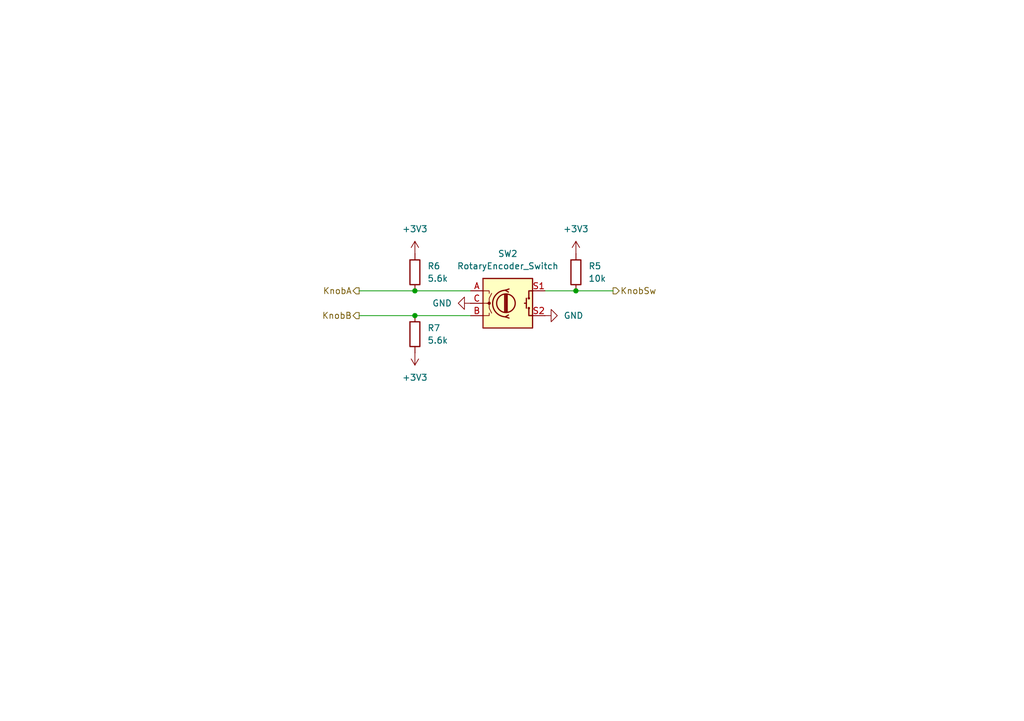
<source format=kicad_sch>
(kicad_sch (version 20250114) (generator "eeschema") (generator_version "9.0")
  (paper "A5")
  (lib_symbols
    (symbol "Device:R" (pin_numbers (hide yes)) (pin_names (offset 0))
      (property "Reference" "R" (at 2.032 0 90))
      (property "Value" "R" (at 0 0 90))
      (symbol "R_0_1"
        (rectangle (start -1.016 -2.54) (end 1.016 2.54) (stroke (width 0.254)))
      )
      (symbol "R_1_1"
        (pin passive line (at 0 3.81 270) (length 1.27) (name "~") (number "1"))
        (pin passive line (at 0 -3.81 90) (length 1.27) (name "~") (number "2"))
      )
    )
    (symbol "Device:RotaryEncoder_Switch" (pin_names (offset 0.254) (hide yes))
      (property "Reference" "SW" (at 0 6.604 0))
      (property "Value" "RotaryEncoder_Switch" (at 0 -6.604 0))
      (symbol "RotaryEncoder_Switch_0_1"
        (rectangle (start -5.08 5.08) (end 5.08 -5.08) (stroke (width 0.254)) (fill (type background)))
        (polyline (pts (xy -5.08 2.54) (xy -3.81 2.54) (xy -3.81 2.032)))
        (polyline (pts (xy -5.08 0) (xy -3.81 0) (xy -3.81 -1.016) (xy -3.302 -2.032)))
        (polyline (pts (xy -5.08 -2.54) (xy -3.81 -2.54) (xy -3.81 -2.032)))
        (polyline (pts (xy -4.318 0) (xy -3.81 0) (xy -3.81 1.016) (xy -3.302 2.032)))
        (circle (center -3.81 0) (radius 0.254) (fill (type outline)))
        (polyline (pts (xy -0.635 -1.778) (xy -0.635 1.778)) (stroke (width 0.254)))
        (circle (center -0.381 0) (radius 1.905) (stroke (width 0.254)))
        (polyline (pts (xy -0.381 -1.778) (xy -0.381 1.778)) (stroke (width 0.254)))
        (arc (start -0.381 -2.794) (mid -3.0988 -0.0635) (end -0.381 2.667) (stroke (width 0.254)))
        (polyline (pts (xy -0.127 1.778) (xy -0.127 -1.778)) (stroke (width 0.254)))
        (polyline (pts (xy 0.254 2.921) (xy -0.508 2.667) (xy 0.127 2.286)) (stroke (width 0.254)))
        (polyline (pts (xy 0.254 -3.048) (xy -0.508 -2.794) (xy 0.127 -2.413)) (stroke (width 0.254)))
        (polyline (pts (xy 3.81 1.016) (xy 3.81 -1.016)) (stroke (width 0.254)))
        (polyline (pts (xy 3.81 0) (xy 3.429 0)) (stroke (width 0.254)))
        (circle (center 4.318 1.016) (radius 0.127) (stroke (width 0.254)))
        (circle (center 4.318 -1.016) (radius 0.127) (stroke (width 0.254)))
        (polyline (pts (xy 5.08 2.54) (xy 4.318 2.54) (xy 4.318 1.016)) (stroke (width 0.254)))
        (polyline (pts (xy 5.08 -2.54) (xy 4.318 -2.54) (xy 4.318 -1.016)) (stroke (width 0.254)))
      )
      (symbol "RotaryEncoder_Switch_1_1"
        (pin passive line (at -7.62 2.54 0) (length 2.54) (name "A") (number "A"))
        (pin passive line (at -7.62 0 0) (length 2.54) (name "C") (number "C"))
        (pin passive line (at -7.62 -2.54 0) (length 2.54) (name "B") (number "B"))
        (pin passive line (at 7.62 2.54 180) (length 2.54) (name "S1") (number "S1"))
        (pin passive line (at 7.62 -2.54 180) (length 2.54) (name "S2") (number "S2"))
      )
    )
    (symbol "power:+3V3" (power) (pin_numbers (hide yes)) (pin_names (offset 0) (hide yes))
      (property "Value" "+3V3" (at 0 3.556 0))
      (symbol "+3V3_0_1"
        (polyline (pts (xy -0.762 1.27) (xy 0 2.54)))
        (polyline (pts (xy 0 2.54) (xy 0.762 1.27)))
        (polyline (pts (xy 0 0) (xy 0 2.54)))
      )
      (symbol "+3V3_1_1"
        (pin power_in line (at 0 0 90) (length 0) (name "~") (number "1"))
      )
    )
    (symbol "power:GND" (power) (pin_numbers (hide yes)) (pin_names (offset 0) (hide yes))
      (property "Value" "GND" (at 0 -3.81 0))
      (symbol "GND_0_1"
        (polyline (pts (xy 0 0) (xy 0 -1.27) (xy 1.27 -1.27) (xy 0 -2.54) (xy -1.27 -1.27) (xy 0 -1.27)))
      )
      (symbol "GND_1_1"
        (pin power_in line (at 0 0 270) (length 0) (name "~") (number "1"))
      )
    )
  )
  (junction (at 85.09 64.77))
  (junction (at 85.09 59.69))
  (junction (at 118.11 59.69))
  (wire (pts (xy 85.09 59.69) (xy 96.52 59.69)))
  (wire (pts (xy 73.66 59.69) (xy 85.09 59.69)))
  (wire (pts (xy 118.11 59.69) (xy 125.73 59.69)))
  (wire (pts (xy 85.09 64.77) (xy 96.52 64.77)))
  (wire (pts (xy 111.76 59.69) (xy 118.11 59.69)))
  (wire (pts (xy 73.66 64.77) (xy 85.09 64.77)))
  (hierarchical_label "KnobB" (shape output) (at 73.66 64.77 180))
  (hierarchical_label "KnobSw" (shape output) (at 125.73 59.69 0))
  (hierarchical_label "KnobA" (shape output) (at 73.66 59.69 180))
  (symbol (lib_id "Device:R") (at 85.09 68.58 0) (unit 1)
    (property "Reference" "R7" (at 87.63 67.3099 0) (effects (justify left)))
    (property "Value" "5.6k" (at 87.63 69.8499 0) (effects (justify left)))
    (property "Footprint" "Resistor_SMD:R_0603_1608Metric" (effects (hide yes)))
    (property "Description" "Resistor" (effects (hide yes)))
  )
  (symbol (lib_id "power:GND") (at 96.52 62.23 270) (unit 1)
    (property "Reference" "#PWR026" (effects (hide yes)))
    (property "Value" "GND" (at 92.71 62.2299 90) (effects (justify right)))
    (property "Description" "Power symbol creates a global label with name \"GND\" , ground" (effects (hide yes)))
  )
  (symbol (lib_id "Device:R") (at 85.09 55.88 0) (unit 1)
    (property "Reference" "R6" (at 87.63 54.6099 0) (effects (justify left)))
    (property "Value" "5.6k" (at 87.63 57.1499 0) (effects (justify left)))
    (property "Footprint" "Resistor_SMD:R_0603_1608Metric" (effects (hide yes)))
    (property "Description" "Resistor" (effects (hide yes)))
  )
  (symbol (lib_id "power:+3V3") (at 85.09 52.07 0) (unit 1)
    (property "Reference" "#PWR027" (effects (hide yes)))
    (property "Value" "+3V3" (at 85.09 46.99 0))
    (property "Description" "Power symbol creates a global label with name \"+3V3\"" (effects (hide yes)))
  )
  (symbol (lib_id "Device:RotaryEncoder_Switch") (at 104.14 62.23 0) (unit 1)
    (property "Reference" "SW2" (at 104.14 52.07 0))
    (property "Value" "RotaryEncoder_Switch" (at 104.14 54.61 0))
    (property "Footprint" "Control custom:Rotary Encoder" (effects (hide yes)))
    (property "Description" "Rotary encoder, dual channel, incremental quadrate outputs, with switch" (effects (hide yes)))
  )
  (symbol (lib_id "power:GND") (at 111.76 64.77 90) (unit 1)
    (property "Reference" "#PWR024" (effects (hide yes)))
    (property "Value" "GND" (at 115.57 64.7699 90) (effects (justify right)))
    (property "Description" "Power symbol creates a global label with name \"GND\" , ground" (effects (hide yes)))
  )
  (symbol (lib_id "power:+3V3") (at 85.09 72.39 180) (unit 1)
    (property "Reference" "#PWR028" (effects (hide yes)))
    (property "Value" "+3V3" (at 85.09 77.47 0))
    (property "Description" "Power symbol creates a global label with name \"+3V3\"" (effects (hide yes)))
  )
  (symbol (lib_id "Device:R") (at 118.11 55.88 0) (unit 1)
    (property "Reference" "R5" (at 120.65 54.6099 0) (effects (justify left)))
    (property "Value" "10k" (at 120.65 57.1499 0) (effects (justify left)))
    (property "Footprint" "Resistor_SMD:R_0603_1608Metric" (effects (hide yes)))
    (property "Description" "Resistor" (effects (hide yes)))
  )
  (symbol (lib_id "power:+3V3") (at 118.11 52.07 0) (unit 1)
    (property "Reference" "#PWR025" (effects (hide yes)))
    (property "Value" "+3V3" (at 118.11 46.99 0))
    (property "Description" "Power symbol creates a global label with name \"+3V3\"" (effects (hide yes)))
  )
)
</source>
